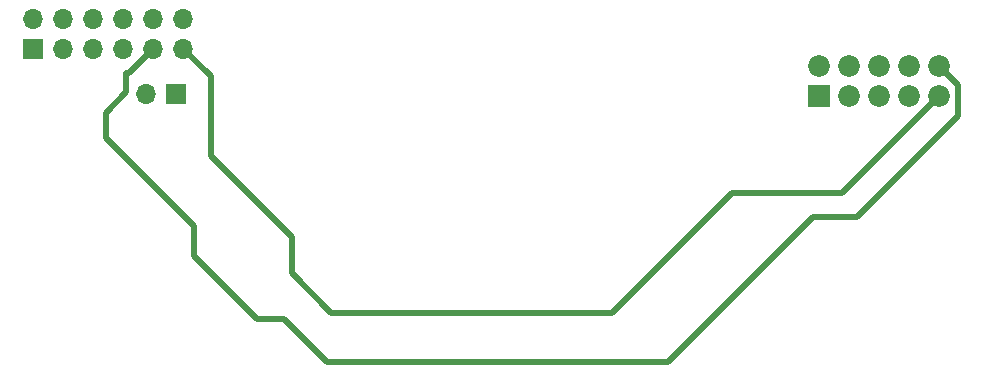
<source format=gbr>
%TF.GenerationSoftware,KiCad,Pcbnew,(6.0.0-0)*%
%TF.CreationDate,2022-02-24T10:59:22-05:00*%
%TF.ProjectId,Rotary,526f7461-7279-42e6-9b69-6361645f7063,rev?*%
%TF.SameCoordinates,Original*%
%TF.FileFunction,Copper,L2,Inr*%
%TF.FilePolarity,Positive*%
%FSLAX46Y46*%
G04 Gerber Fmt 4.6, Leading zero omitted, Abs format (unit mm)*
G04 Created by KiCad (PCBNEW (6.0.0-0)) date 2022-02-24 10:59:22*
%MOMM*%
%LPD*%
G01*
G04 APERTURE LIST*
%TA.AperFunction,ComponentPad*%
%ADD10O,1.700000X1.700000*%
%TD*%
%TA.AperFunction,ComponentPad*%
%ADD11R,1.700000X1.700000*%
%TD*%
%TA.AperFunction,ComponentPad*%
%ADD12R,1.836000X1.836000*%
%TD*%
%TA.AperFunction,ComponentPad*%
%ADD13C,1.836000*%
%TD*%
%TA.AperFunction,Conductor*%
%ADD14C,0.500000*%
%TD*%
G04 APERTURE END LIST*
D10*
%TO.N,RTR_LIMIT*%
%TO.C,J3*%
X117870000Y-103340000D03*
D11*
%TO.N,GND*%
X120410000Y-103340000D03*
%TD*%
D12*
%TO.N,RTR_ENB*%
%TO.C,J2*%
X174853250Y-103503500D03*
D13*
%TO.N,LKIT_C*%
X174853250Y-100963500D03*
%TO.N,RTR_ENA*%
X177393250Y-103503500D03*
%TO.N,LKIT_B*%
X177393250Y-100963500D03*
%TO.N,RTR_LIMIT*%
X179933250Y-103503500D03*
%TO.N,LKIT_A*%
X179933250Y-100963500D03*
%TO.N,5V*%
X182473250Y-103503500D03*
%TO.N,GND*%
X182473250Y-100963500D03*
%TO.N,RMOT2*%
X185013250Y-103503500D03*
%TO.N,RMOT1*%
X185013250Y-100963500D03*
%TD*%
D11*
%TO.N,RTR_ENB*%
%TO.C,J1*%
X108320000Y-99520000D03*
D10*
%TO.N,GND*%
X108320000Y-96980000D03*
%TO.N,RTR_ENA*%
X110860000Y-99520000D03*
%TO.N,GND*%
X110860000Y-96980000D03*
%TO.N,5V*%
X113400000Y-99520000D03*
X113400000Y-96980000D03*
%TO.N,GND*%
X115940000Y-99520000D03*
%TO.N,LKIT_A*%
X115940000Y-96980000D03*
%TO.N,RMOT1*%
X118480000Y-99520000D03*
%TO.N,LKIT_B*%
X118480000Y-96980000D03*
%TO.N,RMOT2*%
X121020000Y-99520000D03*
%TO.N,LKIT_C*%
X121020000Y-96980000D03*
%TD*%
D14*
%TO.N,RMOT1*%
X114430000Y-107030000D02*
X114430000Y-104942213D01*
X127260000Y-122360000D02*
X121940000Y-117040000D01*
X178070000Y-113770000D02*
X174280000Y-113770000D01*
X133190000Y-126040000D02*
X129510000Y-122360000D01*
X186600000Y-105240000D02*
X178070000Y-113770000D01*
X116170000Y-103202213D02*
X116170000Y-101560000D01*
X114430000Y-104942213D02*
X116170000Y-103202213D01*
X185013250Y-100963500D02*
X186600000Y-102550250D01*
X186600000Y-102550250D02*
X186600000Y-105240000D01*
X129510000Y-122360000D02*
X127260000Y-122360000D01*
X121940000Y-117040000D02*
X121940000Y-114540000D01*
X116440000Y-101560000D02*
X118480000Y-99520000D01*
X174280000Y-113770000D02*
X162010000Y-126040000D01*
X116170000Y-101560000D02*
X116440000Y-101560000D01*
X121940000Y-114540000D02*
X114430000Y-107030000D01*
X162010000Y-126040000D02*
X133190000Y-126040000D01*
%TO.N,RMOT2*%
X185013250Y-103503500D02*
X176786750Y-111730000D01*
X157310000Y-121850000D02*
X133500000Y-121850000D01*
X133500000Y-121850000D02*
X130170000Y-118520000D01*
X130170000Y-115460000D02*
X123320000Y-108610000D01*
X167430000Y-111730000D02*
X157310000Y-121850000D01*
X123320000Y-101820000D02*
X121020000Y-99520000D01*
X176786750Y-111730000D02*
X167430000Y-111730000D01*
X123320000Y-108610000D02*
X123320000Y-101820000D01*
X130170000Y-118520000D02*
X130170000Y-115460000D01*
%TD*%
M02*

</source>
